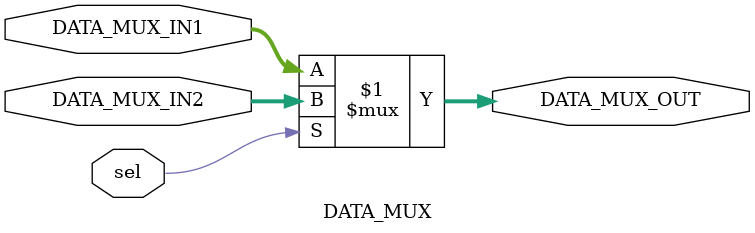
<source format=v>
module DATA_MUX(DATA_MUX_IN1, DATA_MUX_IN2, sel, DATA_MUX_OUT);
input [71:0] DATA_MUX_IN1,DATA_MUX_IN2;
input sel;
output [71:0] DATA_MUX_OUT;

assign DATA_MUX_OUT = sel ? DATA_MUX_IN2 : DATA_MUX_IN1;

endmodule
</source>
